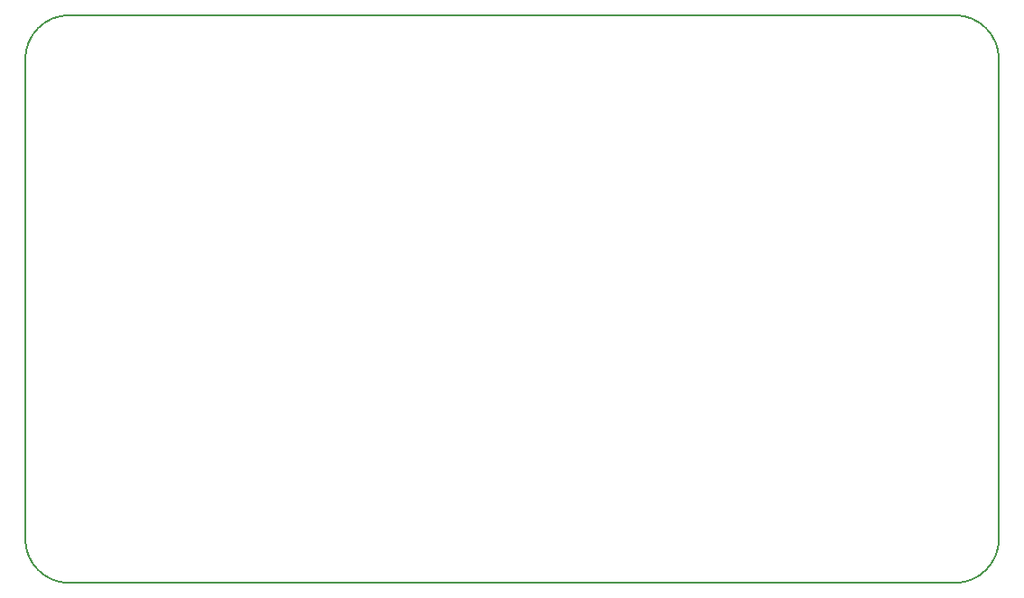
<source format=gbr>
G04 #@! TF.GenerationSoftware,KiCad,Pcbnew,5.1.4+dfsg1-1*
G04 #@! TF.CreationDate,2019-09-15T14:43:39-07:00*
G04 #@! TF.ProjectId,board,626f6172-642e-46b6-9963-61645f706362,rev?*
G04 #@! TF.SameCoordinates,Original*
G04 #@! TF.FileFunction,Profile,NP*
%FSLAX46Y46*%
G04 Gerber Fmt 4.6, Leading zero omitted, Abs format (unit mm)*
G04 Created by KiCad (PCBNEW 5.1.4+dfsg1-1) date 2019-09-15 14:43:39*
%MOMM*%
%LPD*%
G04 APERTURE LIST*
%ADD10C,0.150000*%
G04 APERTURE END LIST*
D10*
X175000000Y-78850000D02*
X92000000Y-78850000D01*
X179150000Y-83050000D02*
X179150000Y-83000000D01*
X179150000Y-128000000D02*
X179150000Y-83050000D01*
X92000000Y-132150000D02*
X175000000Y-132150000D01*
X87850000Y-83000000D02*
X87850000Y-128000000D01*
X179150000Y-128000000D02*
G75*
G02X175000000Y-132150000I-4150000J0D01*
G01*
X175000000Y-78850000D02*
G75*
G02X179150000Y-83000000I0J-4150000D01*
G01*
X87850000Y-83000000D02*
G75*
G02X92000000Y-78850000I4150000J0D01*
G01*
X92000000Y-132150000D02*
G75*
G02X87850000Y-128000000I0J4150000D01*
G01*
M02*

</source>
